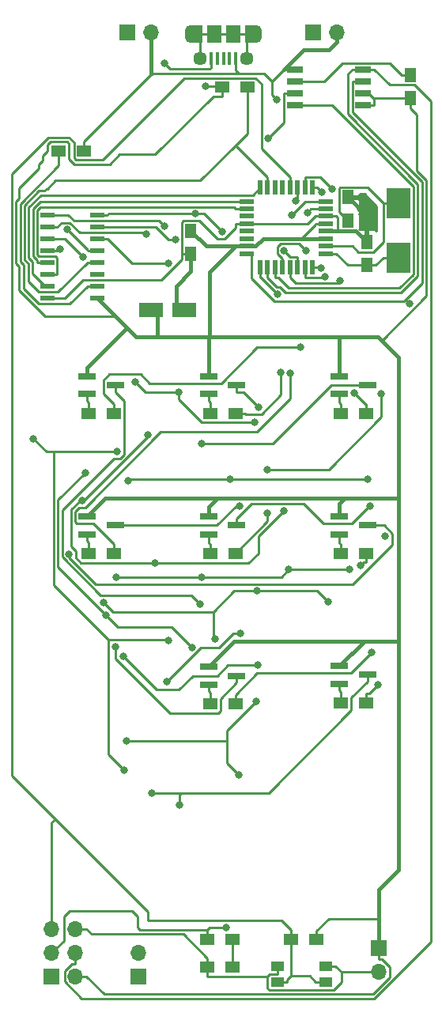
<source format=gbr>
%TF.GenerationSoftware,KiCad,Pcbnew,5.1.9*%
%TF.CreationDate,2021-02-07T10:12:46+01:00*%
%TF.ProjectId,afterglow_replay,61667465-7267-46c6-9f77-5f7265706c61,rev?*%
%TF.SameCoordinates,Original*%
%TF.FileFunction,Copper,L2,Bot*%
%TF.FilePolarity,Positive*%
%FSLAX46Y46*%
G04 Gerber Fmt 4.6, Leading zero omitted, Abs format (unit mm)*
G04 Created by KiCad (PCBNEW 5.1.9) date 2021-02-07 10:12:46*
%MOMM*%
%LPD*%
G01*
G04 APERTURE LIST*
%TA.AperFunction,ComponentPad*%
%ADD10O,1.700000X1.700000*%
%TD*%
%TA.AperFunction,ComponentPad*%
%ADD11R,1.700000X1.700000*%
%TD*%
%TA.AperFunction,SMDPad,CuDef*%
%ADD12R,2.600000X1.600000*%
%TD*%
%TA.AperFunction,SMDPad,CuDef*%
%ADD13R,1.200000X1.900000*%
%TD*%
%TA.AperFunction,ComponentPad*%
%ADD14O,1.200000X1.900000*%
%TD*%
%TA.AperFunction,SMDPad,CuDef*%
%ADD15R,1.500000X1.900000*%
%TD*%
%TA.AperFunction,ComponentPad*%
%ADD16C,1.450000*%
%TD*%
%TA.AperFunction,SMDPad,CuDef*%
%ADD17R,0.400000X1.350000*%
%TD*%
%TA.AperFunction,SMDPad,CuDef*%
%ADD18R,1.250000X1.500000*%
%TD*%
%TA.AperFunction,SMDPad,CuDef*%
%ADD19R,1.450000X1.000000*%
%TD*%
%TA.AperFunction,SMDPad,CuDef*%
%ADD20R,1.500000X1.300000*%
%TD*%
%TA.AperFunction,SMDPad,CuDef*%
%ADD21R,1.900000X0.800000*%
%TD*%
%TA.AperFunction,SMDPad,CuDef*%
%ADD22R,1.500000X0.600000*%
%TD*%
%TA.AperFunction,SMDPad,CuDef*%
%ADD23R,2.500000X3.325000*%
%TD*%
%TA.AperFunction,SMDPad,CuDef*%
%ADD24R,1.700000X0.650000*%
%TD*%
%TA.AperFunction,SMDPad,CuDef*%
%ADD25R,0.550000X1.600000*%
%TD*%
%TA.AperFunction,SMDPad,CuDef*%
%ADD26R,1.600000X0.550000*%
%TD*%
%TA.AperFunction,ViaPad*%
%ADD27C,0.800000*%
%TD*%
%TA.AperFunction,Conductor*%
%ADD28C,0.250000*%
%TD*%
%TA.AperFunction,Conductor*%
%ADD29C,0.400000*%
%TD*%
%TA.AperFunction,Conductor*%
%ADD30C,0.254000*%
%TD*%
%TA.AperFunction,Conductor*%
%ADD31C,0.100000*%
%TD*%
G04 APERTURE END LIST*
D10*
%TO.P,J6,2*%
%TO.N,GND*%
X145540000Y-45900000D03*
D11*
%TO.P,J6,1*%
%TO.N,+3V3*%
X143000000Y-45900000D03*
%TD*%
D10*
%TO.P,J5,2*%
%TO.N,GND*%
X125600000Y-45900000D03*
D11*
%TO.P,J5,1*%
%TO.N,+3V3*%
X123060000Y-45900000D03*
%TD*%
D12*
%TO.P,C2,2*%
%TO.N,+3V3*%
X125600000Y-75600000D03*
%TO.P,C2,1*%
%TO.N,GND*%
X129200000Y-75600000D03*
%TD*%
D13*
%TO.P,J4,6*%
%TO.N,Net-(J4-Pad6)*%
X130500000Y-46050000D03*
X136300000Y-46050000D03*
D14*
X136900000Y-46050000D03*
X129900000Y-46050000D03*
D15*
X132400000Y-46050000D03*
D16*
X135900000Y-48750000D03*
D17*
%TO.P,J4,3*%
%TO.N,Net-(J4-Pad3)*%
X133400000Y-48750000D03*
%TO.P,J4,4*%
%TO.N,Net-(J4-Pad4)*%
X134050000Y-48750000D03*
%TO.P,J4,5*%
%TO.N,GND*%
X134700000Y-48750000D03*
%TO.P,J4,1*%
%TO.N,+3V3*%
X132100000Y-48750000D03*
%TO.P,J4,2*%
%TO.N,Net-(J4-Pad2)*%
X132750000Y-48750000D03*
D16*
%TO.P,J4,6*%
%TO.N,Net-(J4-Pad6)*%
X130900000Y-48750000D03*
D15*
X134400000Y-46050000D03*
%TD*%
D18*
%TO.P,C3,2*%
%TO.N,Net-(C3-Pad2)*%
X146700000Y-66050000D03*
%TO.P,C3,1*%
%TO.N,GND*%
X146700000Y-63550000D03*
%TD*%
%TO.P,C4,2*%
%TO.N,Net-(C4-Pad2)*%
X148700000Y-70850000D03*
%TO.P,C4,1*%
%TO.N,GND*%
X148700000Y-68350000D03*
%TD*%
D19*
%TO.P,SW1,1*%
%TO.N,/RESET*%
X144325000Y-147600000D03*
X139175000Y-147600000D03*
%TO.P,SW1,2*%
%TO.N,GND*%
X139175000Y-145900000D03*
X144325000Y-145900000D03*
%TD*%
D10*
%TO.P,J1,2*%
%TO.N,GND*%
X150000000Y-146540000D03*
D11*
%TO.P,J1,1*%
%TO.N,+3V3*%
X150000000Y-144000000D03*
%TD*%
D10*
%TO.P,J3,6*%
%TO.N,GND*%
X117540000Y-141920000D03*
%TO.P,J3,5*%
%TO.N,/RESET*%
X115000000Y-141920000D03*
%TO.P,J3,4*%
%TO.N,/MOSI*%
X117540000Y-144460000D03*
%TO.P,J3,3*%
%TO.N,/SCK*%
X115000000Y-144460000D03*
%TO.P,J3,2*%
%TO.N,+3V3*%
X117540000Y-147000000D03*
D11*
%TO.P,J3,1*%
%TO.N,/MISO*%
X115000000Y-147000000D03*
%TD*%
D10*
%TO.P,J2,2*%
%TO.N,Net-(J2-Pad2)*%
X124250000Y-144460000D03*
D11*
%TO.P,J2,1*%
%TO.N,Net-(J2-Pad1)*%
X124250000Y-147000000D03*
%TD*%
D20*
%TO.P,R12,2*%
%TO.N,Net-(Q8-Pad1)*%
X131950000Y-101700000D03*
%TO.P,R12,1*%
%TO.N,Net-(R12-Pad1)*%
X134650000Y-101700000D03*
%TD*%
%TO.P,R11,2*%
%TO.N,Net-(Q7-Pad1)*%
X145950000Y-101700000D03*
%TO.P,R11,1*%
%TO.N,Net-(R11-Pad1)*%
X148650000Y-101700000D03*
%TD*%
%TO.P,R10,2*%
%TO.N,Net-(Q6-Pad1)*%
X131950000Y-86700000D03*
%TO.P,R10,1*%
%TO.N,Net-(R10-Pad1)*%
X134650000Y-86700000D03*
%TD*%
%TO.P,R9,2*%
%TO.N,Net-(Q5-Pad1)*%
X145950000Y-86700000D03*
%TO.P,R9,1*%
%TO.N,Net-(R9-Pad1)*%
X148650000Y-86700000D03*
%TD*%
%TO.P,R8,2*%
%TO.N,Net-(Q4-Pad1)*%
X118950000Y-86700000D03*
%TO.P,R8,1*%
%TO.N,Net-(R8-Pad1)*%
X121650000Y-86700000D03*
%TD*%
%TO.P,R7,2*%
%TO.N,Net-(Q3-Pad1)*%
X131950000Y-117800000D03*
%TO.P,R7,1*%
%TO.N,Net-(R7-Pad1)*%
X134650000Y-117800000D03*
%TD*%
%TO.P,R6,2*%
%TO.N,Net-(Q2-Pad1)*%
X118950000Y-101700000D03*
%TO.P,R6,1*%
%TO.N,Net-(R6-Pad1)*%
X121650000Y-101700000D03*
%TD*%
%TO.P,R5,2*%
%TO.N,Net-(Q1-Pad1)*%
X145950000Y-117700000D03*
%TO.P,R5,1*%
%TO.N,Net-(R5-Pad1)*%
X148650000Y-117700000D03*
%TD*%
D21*
%TO.P,Q8,3*%
%TO.N,Net-(D81-Pad2)*%
X134800000Y-98700000D03*
%TO.P,Q8,2*%
%TO.N,+3V3*%
X131800000Y-97750000D03*
%TO.P,Q8,1*%
%TO.N,Net-(Q8-Pad1)*%
X131800000Y-99650000D03*
%TD*%
%TO.P,Q7,3*%
%TO.N,Net-(D71-Pad2)*%
X148800000Y-98700000D03*
%TO.P,Q7,2*%
%TO.N,+3V3*%
X145800000Y-97750000D03*
%TO.P,Q7,1*%
%TO.N,Net-(Q7-Pad1)*%
X145800000Y-99650000D03*
%TD*%
%TO.P,Q6,3*%
%TO.N,Net-(D61-Pad2)*%
X134800000Y-83700000D03*
%TO.P,Q6,2*%
%TO.N,+3V3*%
X131800000Y-82750000D03*
%TO.P,Q6,1*%
%TO.N,Net-(Q6-Pad1)*%
X131800000Y-84650000D03*
%TD*%
%TO.P,Q5,3*%
%TO.N,Net-(D51-Pad2)*%
X148800000Y-83700000D03*
%TO.P,Q5,2*%
%TO.N,+3V3*%
X145800000Y-82750000D03*
%TO.P,Q5,1*%
%TO.N,Net-(Q5-Pad1)*%
X145800000Y-84650000D03*
%TD*%
%TO.P,Q4,3*%
%TO.N,Net-(D41-Pad2)*%
X121800000Y-83700000D03*
%TO.P,Q4,2*%
%TO.N,+3V3*%
X118800000Y-82750000D03*
%TO.P,Q4,1*%
%TO.N,Net-(Q4-Pad1)*%
X118800000Y-84650000D03*
%TD*%
%TO.P,Q3,3*%
%TO.N,Net-(D31-Pad2)*%
X134800000Y-114800000D03*
%TO.P,Q3,2*%
%TO.N,+3V3*%
X131800000Y-113850000D03*
%TO.P,Q3,1*%
%TO.N,Net-(Q3-Pad1)*%
X131800000Y-115750000D03*
%TD*%
%TO.P,Q2,3*%
%TO.N,Net-(D21-Pad2)*%
X121800000Y-98700000D03*
%TO.P,Q2,2*%
%TO.N,+3V3*%
X118800000Y-97750000D03*
%TO.P,Q2,1*%
%TO.N,Net-(Q2-Pad1)*%
X118800000Y-99650000D03*
%TD*%
%TO.P,Q1,3*%
%TO.N,Net-(D11-Pad2)*%
X148800000Y-114700000D03*
%TO.P,Q1,2*%
%TO.N,+3V3*%
X145800000Y-113750000D03*
%TO.P,Q1,1*%
%TO.N,Net-(Q1-Pad1)*%
X145800000Y-115650000D03*
%TD*%
D22*
%TO.P,U2,16*%
%TO.N,+3V3*%
X119900000Y-74345000D03*
%TO.P,U2,15*%
%TO.N,Net-(R3-Pad2)*%
X119900000Y-73075000D03*
%TO.P,U2,14*%
%TO.N,Net-(U2-Pad14)*%
X119900000Y-71805000D03*
%TO.P,U2,13*%
%TO.N,Net-(R2-Pad2)*%
X119900000Y-70535000D03*
%TO.P,U2,12*%
%TO.N,Net-(D18-Pad1)*%
X119900000Y-69265000D03*
%TO.P,U2,11*%
%TO.N,Net-(D17-Pad1)*%
X119900000Y-67995000D03*
%TO.P,U2,10*%
%TO.N,Net-(D16-Pad1)*%
X119900000Y-66725000D03*
%TO.P,U2,9*%
%TO.N,Net-(D15-Pad1)*%
X119900000Y-65455000D03*
%TO.P,U2,8*%
%TO.N,Net-(D14-Pad1)*%
X114500000Y-65455000D03*
%TO.P,U2,7*%
%TO.N,Net-(D13-Pad1)*%
X114500000Y-66725000D03*
%TO.P,U2,6*%
%TO.N,Net-(D12-Pad1)*%
X114500000Y-67995000D03*
%TO.P,U2,5*%
%TO.N,Net-(D11-Pad1)*%
X114500000Y-69265000D03*
%TO.P,U2,4*%
%TO.N,Net-(U1-Pad24)*%
X114500000Y-70535000D03*
%TO.P,U2,3*%
%TO.N,Net-(U1-Pad23)*%
X114500000Y-71805000D03*
%TO.P,U2,2*%
%TO.N,Net-(U1-Pad25)*%
X114500000Y-73075000D03*
%TO.P,U2,1*%
%TO.N,GND*%
X114500000Y-74345000D03*
%TD*%
D20*
%TO.P,R4,2*%
%TO.N,/SCK*%
X131650000Y-143000000D03*
%TO.P,R4,1*%
%TO.N,Net-(D1-Pad2)*%
X134350000Y-143000000D03*
%TD*%
%TO.P,R3,2*%
%TO.N,Net-(R3-Pad2)*%
X115750000Y-58600000D03*
%TO.P,R3,1*%
%TO.N,GND*%
X118450000Y-58600000D03*
%TD*%
%TO.P,R2,2*%
%TO.N,Net-(R2-Pad2)*%
X135950000Y-51800000D03*
%TO.P,R2,1*%
%TO.N,+3V3*%
X133250000Y-51800000D03*
%TD*%
%TO.P,D1,2*%
%TO.N,Net-(D1-Pad2)*%
X134350000Y-146000000D03*
%TO.P,D1,1*%
%TO.N,GND*%
X131650000Y-146000000D03*
%TD*%
D23*
%TO.P,Y1,2*%
%TO.N,Net-(C4-Pad2)*%
X152100000Y-70012500D03*
%TO.P,Y1,1*%
%TO.N,Net-(C3-Pad2)*%
X152100000Y-64187500D03*
%TD*%
D24*
%TO.P,U4,8*%
%TO.N,+3V3*%
X148350000Y-53705000D03*
%TO.P,U4,7*%
X148350000Y-52435000D03*
%TO.P,U4,6*%
%TO.N,/SCK*%
X148350000Y-51165000D03*
%TO.P,U4,5*%
%TO.N,/MOSI*%
X148350000Y-49895000D03*
%TO.P,U4,4*%
%TO.N,GND*%
X141050000Y-49895000D03*
%TO.P,U4,3*%
%TO.N,Net-(C5-Pad2)*%
X141050000Y-51165000D03*
%TO.P,U4,2*%
%TO.N,/MISO*%
X141050000Y-52435000D03*
%TO.P,U4,1*%
%TO.N,/SS*%
X141050000Y-53705000D03*
%TD*%
D25*
%TO.P,U1,32*%
%TO.N,Net-(R5-Pad1)*%
X142900000Y-62550000D03*
%TO.P,U1,31*%
%TO.N,Net-(J2-Pad1)*%
X142100000Y-62550000D03*
%TO.P,U1,30*%
%TO.N,Net-(J2-Pad2)*%
X141300000Y-62550000D03*
%TO.P,U1,29*%
%TO.N,/RESET*%
X140500000Y-62550000D03*
%TO.P,U1,28*%
%TO.N,Net-(U1-Pad28)*%
X139700000Y-62550000D03*
%TO.P,U1,27*%
%TO.N,Net-(U1-Pad27)*%
X138900000Y-62550000D03*
%TO.P,U1,26*%
%TO.N,Net-(R2-Pad2)*%
X138100000Y-62550000D03*
%TO.P,U1,25*%
%TO.N,Net-(U1-Pad25)*%
X137300000Y-62550000D03*
D26*
%TO.P,U1,24*%
%TO.N,Net-(U1-Pad24)*%
X135850000Y-64000000D03*
%TO.P,U1,23*%
%TO.N,Net-(U1-Pad23)*%
X135850000Y-64800000D03*
%TO.P,U1,22*%
%TO.N,Net-(U1-Pad22)*%
X135850000Y-65600000D03*
%TO.P,U1,21*%
%TO.N,GND*%
X135850000Y-66400000D03*
%TO.P,U1,20*%
%TO.N,Net-(U1-Pad20)*%
X135850000Y-67200000D03*
%TO.P,U1,19*%
%TO.N,Net-(U1-Pad19)*%
X135850000Y-68000000D03*
%TO.P,U1,18*%
%TO.N,+3V3*%
X135850000Y-68800000D03*
%TO.P,U1,17*%
%TO.N,/SCK*%
X135850000Y-69600000D03*
D25*
%TO.P,U1,16*%
%TO.N,/MISO*%
X137300000Y-71050000D03*
%TO.P,U1,15*%
%TO.N,/MOSI*%
X138100000Y-71050000D03*
%TO.P,U1,14*%
%TO.N,/SS*%
X138900000Y-71050000D03*
%TO.P,U1,13*%
%TO.N,Net-(R12-Pad1)*%
X139700000Y-71050000D03*
%TO.P,U1,12*%
%TO.N,Net-(R11-Pad1)*%
X140500000Y-71050000D03*
%TO.P,U1,11*%
%TO.N,Net-(R10-Pad1)*%
X141300000Y-71050000D03*
%TO.P,U1,10*%
%TO.N,Net-(R9-Pad1)*%
X142100000Y-71050000D03*
%TO.P,U1,9*%
%TO.N,Net-(R8-Pad1)*%
X142900000Y-71050000D03*
D26*
%TO.P,U1,8*%
%TO.N,Net-(C4-Pad2)*%
X144350000Y-69600000D03*
%TO.P,U1,7*%
%TO.N,Net-(C3-Pad2)*%
X144350000Y-68800000D03*
%TO.P,U1,6*%
%TO.N,+3V3*%
X144350000Y-68000000D03*
%TO.P,U1,5*%
%TO.N,GND*%
X144350000Y-67200000D03*
%TO.P,U1,4*%
%TO.N,+3V3*%
X144350000Y-66400000D03*
%TO.P,U1,3*%
%TO.N,GND*%
X144350000Y-65600000D03*
%TO.P,U1,2*%
%TO.N,Net-(R7-Pad1)*%
X144350000Y-64800000D03*
%TO.P,U1,1*%
%TO.N,Net-(R6-Pad1)*%
X144350000Y-64000000D03*
%TD*%
D20*
%TO.P,R1,2*%
%TO.N,/RESET*%
X140650000Y-143000000D03*
%TO.P,R1,1*%
%TO.N,+3V3*%
X143350000Y-143000000D03*
%TD*%
D18*
%TO.P,C5,2*%
%TO.N,Net-(C5-Pad2)*%
X153400000Y-50450000D03*
%TO.P,C5,1*%
%TO.N,+3V3*%
X153400000Y-52950000D03*
%TD*%
%TO.P,C1,2*%
%TO.N,+3V3*%
X129900000Y-67150000D03*
%TO.P,C1,1*%
%TO.N,GND*%
X129900000Y-69650000D03*
%TD*%
D27*
%TO.N,+3V3*%
X127100000Y-49200000D03*
X131500000Y-51700000D03*
%TO.N,GND*%
X139117600Y-53150100D03*
X148194500Y-65376500D03*
%TO.N,Net-(D11-Pad1)*%
X122003100Y-90830000D03*
X115883500Y-69100200D03*
X122780500Y-124906800D03*
X127456600Y-111033200D03*
X113050000Y-89451500D03*
%TO.N,/SCK*%
X133647600Y-141748400D03*
X153278000Y-74953400D03*
X150714000Y-99874800D03*
%TO.N,/MISO*%
X139139200Y-73910800D03*
X138191500Y-57246500D03*
%TO.N,Net-(J2-Pad2)*%
X141112300Y-63981200D03*
%TO.N,Net-(J2-Pad1)*%
X144980300Y-62692800D03*
%TO.N,Net-(D11-Pad2)*%
X125675300Y-127350000D03*
X128700000Y-128600000D03*
%TO.N,Net-(D12-Pad1)*%
X126014100Y-102719500D03*
X118377800Y-69952100D03*
X125286400Y-89043100D03*
X118251400Y-96026500D03*
X139881600Y-97122600D03*
%TO.N,Net-(D13-Pad1)*%
X121905900Y-104243200D03*
X131027200Y-104243200D03*
X125105900Y-67466400D03*
X146902700Y-103410000D03*
X140387000Y-103430500D03*
%TO.N,Net-(D14-Pad1)*%
X136676900Y-87688200D03*
X123911800Y-83325800D03*
X127053700Y-66636600D03*
X128600000Y-84425200D03*
%TO.N,Net-(D15-Pad1)*%
X120554600Y-106949600D03*
X132490600Y-110868600D03*
X133219700Y-67292400D03*
X136981000Y-105701800D03*
X144603700Y-106867700D03*
X130367200Y-65341700D03*
%TO.N,Net-(D16-Pad1)*%
X122993900Y-121795500D03*
X135064900Y-125447100D03*
X136890400Y-117571700D03*
X128209800Y-68090700D03*
%TO.N,Net-(D17-Pad1)*%
X127324000Y-115467900D03*
X135223800Y-110291400D03*
X127488700Y-70636600D03*
%TO.N,Net-(D18-Pad1)*%
X116645500Y-67005400D03*
%TO.N,Net-(D21-Pad2)*%
X135116100Y-96631900D03*
%TO.N,Net-(D31-Pad2)*%
X121820000Y-111694900D03*
X129988500Y-111763400D03*
X118571400Y-93048800D03*
X120807100Y-108292900D03*
%TO.N,Net-(D41-Pad2)*%
X130867200Y-107143800D03*
%TO.N,Net-(D51-Pad2)*%
X131012700Y-89962500D03*
X137068600Y-113671000D03*
X122637800Y-112699100D03*
%TO.N,Net-(D61-Pad2)*%
X137131500Y-86031500D03*
%TO.N,Net-(D71-Pad2)*%
X116833400Y-101759100D03*
%TO.N,Net-(D81-Pad2)*%
X149106800Y-96606200D03*
X134096800Y-93762000D03*
X123203900Y-93939400D03*
X148839800Y-93761900D03*
%TO.N,Net-(R5-Pad1)*%
X149951700Y-115802200D03*
X143877700Y-63021000D03*
%TO.N,Net-(R6-Pad1)*%
X140541800Y-82435700D03*
X140680300Y-65451400D03*
%TO.N,Net-(R7-Pad1)*%
X149222800Y-112311200D03*
X142349400Y-65196700D03*
%TO.N,Net-(R8-Pad1)*%
X141649800Y-79626000D03*
X143804600Y-71114200D03*
%TO.N,Net-(R9-Pad1)*%
X147357500Y-84520000D03*
X144229065Y-72065200D03*
%TO.N,Net-(R10-Pad1)*%
X139523200Y-82353100D03*
X139864200Y-69250003D03*
%TO.N,Net-(R11-Pad1)*%
X148095700Y-102993300D03*
X145858900Y-72533900D03*
%TO.N,Net-(R12-Pad1)*%
X142200000Y-69300000D03*
X150248639Y-84608162D03*
X138100000Y-92700000D03*
X138100000Y-97400000D03*
%TD*%
D28*
%TO.N,+3V3*%
X121846900Y-76291600D02*
X114271700Y-76291600D01*
X114271700Y-76291600D02*
X111500200Y-73520100D01*
X111500200Y-73520100D02*
X111500200Y-70959800D01*
X111500200Y-70959800D02*
X111173200Y-70632800D01*
X111173200Y-70632800D02*
X111173200Y-64060200D01*
X111173200Y-64060200D02*
X111500200Y-63733200D01*
X111500200Y-63733200D02*
X111500200Y-62590900D01*
X111500200Y-62590900D02*
X113609900Y-60481200D01*
X113609900Y-60481200D02*
X113609900Y-60070900D01*
X113609900Y-60070900D02*
X114034900Y-59645900D01*
X114034900Y-59645900D02*
X114034900Y-59088600D01*
X114034900Y-59088600D02*
X114510300Y-58613200D01*
X114510300Y-58613200D02*
X114510300Y-57976300D01*
X114510300Y-57976300D02*
X114862000Y-57624600D01*
X114862000Y-57624600D02*
X116635000Y-57624600D01*
X116635000Y-57624600D02*
X116825400Y-57815000D01*
X116825400Y-57815000D02*
X116825400Y-59473100D01*
X116825400Y-59473100D02*
X117378100Y-60025800D01*
X117378100Y-60025800D02*
X121210600Y-60025800D01*
X121210600Y-60025800D02*
X122258700Y-58977700D01*
X122258700Y-58977700D02*
X126072300Y-58977700D01*
X126072300Y-58977700D02*
X132274700Y-52775300D01*
X132274700Y-52775300D02*
X133250000Y-52775300D01*
X118715300Y-147000000D02*
X120591100Y-148875800D01*
X120591100Y-148875800D02*
X149381100Y-148875800D01*
X149381100Y-148875800D02*
X151194800Y-147062100D01*
X151194800Y-147062100D02*
X151194800Y-146002800D01*
X151194800Y-146002800D02*
X150367300Y-145175300D01*
X150367300Y-145175300D02*
X150000000Y-145175300D01*
X150328700Y-78928600D02*
X155110500Y-74146800D01*
X155110500Y-74146800D02*
X155110500Y-61762100D01*
X155110500Y-61762100D02*
X154069600Y-60721200D01*
X154069600Y-60721200D02*
X154069600Y-54694900D01*
X154069600Y-54694900D02*
X153400000Y-54025300D01*
X153400000Y-52950000D02*
X153400000Y-54025300D01*
D29*
X150328700Y-78928600D02*
X149900000Y-78500000D01*
X149900000Y-78500000D02*
X145800000Y-78500000D01*
X152100000Y-95800000D02*
X152100000Y-80700000D01*
X152100000Y-80700000D02*
X150328700Y-78928600D01*
D28*
X117540000Y-147000000D02*
X118715300Y-147000000D01*
X150000000Y-144000000D02*
X150000000Y-145175300D01*
D29*
X150000000Y-144000000D02*
X150000000Y-140850000D01*
D28*
X149525300Y-53022600D02*
X149525300Y-53705000D01*
X148937700Y-52435000D02*
X149525300Y-53022600D01*
X153400000Y-52950000D02*
X149597900Y-52950000D01*
X149597900Y-52950000D02*
X149525300Y-53022600D01*
X148350000Y-53705000D02*
X149525300Y-53705000D01*
X148350000Y-52435000D02*
X148937700Y-52435000D01*
X144350000Y-66400000D02*
X143224700Y-66400000D01*
X141726900Y-68000000D02*
X143224700Y-66502200D01*
X143224700Y-66502200D02*
X143224700Y-66400000D01*
D29*
X141726900Y-68000000D02*
X137645000Y-68000000D01*
X137645000Y-68000000D02*
X136845000Y-68800000D01*
X136845000Y-68800000D02*
X135850000Y-68800000D01*
X144350000Y-68000000D02*
X141726900Y-68000000D01*
D28*
X133250000Y-51800000D02*
X133250000Y-52775300D01*
D29*
X122928000Y-77372500D02*
X121846900Y-76291600D01*
X121846900Y-76291600D02*
X119900000Y-74345000D01*
D28*
X143350000Y-143000000D02*
X143350000Y-142137300D01*
X143350000Y-142137300D02*
X144637300Y-140850000D01*
X144637300Y-140850000D02*
X150000000Y-140850000D01*
D29*
X150000000Y-140850000D02*
X150000000Y-137700000D01*
X150000000Y-137700000D02*
X152100000Y-135600000D01*
X152100000Y-135600000D02*
X152100000Y-111100000D01*
X118800000Y-82750000D02*
X118800000Y-81800000D01*
X118800000Y-81800000D02*
X122928000Y-77672500D01*
X122928000Y-77672500D02*
X122928000Y-77372500D01*
X146400000Y-95800000D02*
X132700000Y-95800000D01*
X146800000Y-95800000D02*
X146400000Y-95800000D01*
X146800000Y-95800000D02*
X152100000Y-95800000D01*
X146400000Y-95800000D02*
X146800000Y-95800000D01*
X152100000Y-111100000D02*
X152100000Y-95800000D01*
X134650000Y-68800000D02*
X135850000Y-68800000D01*
X129900000Y-67150000D02*
X131550000Y-68800000D01*
X131550000Y-68800000D02*
X134650000Y-68800000D01*
X135850000Y-68800000D02*
X134650000Y-68800000D01*
X134650000Y-68800000D02*
X131900000Y-71550000D01*
X131900000Y-71550000D02*
X131900000Y-78500000D01*
X148450000Y-111100000D02*
X134550000Y-111100000D01*
X134550000Y-111100000D02*
X131800000Y-113850000D01*
X152100000Y-111100000D02*
X148450000Y-111100000D01*
X148450000Y-111100000D02*
X145800000Y-113750000D01*
X132700000Y-95800000D02*
X120750000Y-95800000D01*
X120750000Y-95800000D02*
X118800000Y-97750000D01*
X132700000Y-95800000D02*
X131800000Y-96700000D01*
X131800000Y-96700000D02*
X131800000Y-97750000D01*
X145800000Y-97750000D02*
X145800000Y-96400000D01*
X145800000Y-96400000D02*
X146400000Y-95800000D01*
X124055000Y-78500000D02*
X122928000Y-77372500D01*
X145800000Y-78500000D02*
X131900000Y-78500000D01*
X131800000Y-82750000D02*
X131800000Y-78600000D01*
X131800000Y-78600000D02*
X131900000Y-78500000D01*
X145800000Y-82750000D02*
X145800000Y-78500000D01*
X131900000Y-78500000D02*
X126800000Y-78500000D01*
X126300000Y-78400000D02*
X126400000Y-78500000D01*
X126300000Y-76100000D02*
X126300000Y-78400000D01*
X126400000Y-78500000D02*
X124055000Y-78500000D01*
X126800000Y-78500000D02*
X126400000Y-78500000D01*
D28*
X133150000Y-51700000D02*
X133250000Y-51800000D01*
X131500000Y-51700000D02*
X133150000Y-51700000D01*
X132100000Y-49675000D02*
X132100000Y-48750000D01*
X131974999Y-49800001D02*
X132100000Y-49675000D01*
X127700001Y-49800001D02*
X131974999Y-49800001D01*
X127100000Y-49200000D02*
X127700001Y-49800001D01*
%TO.N,GND*%
X146015300Y-146540000D02*
X145375300Y-145900000D01*
X150000000Y-146540000D02*
X146015300Y-146540000D01*
X138107100Y-146975300D02*
X138107100Y-148244200D01*
X138107100Y-148244200D02*
X138288300Y-148425400D01*
X138288300Y-148425400D02*
X145208900Y-148425400D01*
X145208900Y-148425400D02*
X146015300Y-147619000D01*
X146015300Y-147619000D02*
X146015300Y-146540000D01*
X138107100Y-146975300D02*
X138357100Y-146725300D01*
X138357100Y-146725300D02*
X139175000Y-146725300D01*
X131650000Y-146975300D02*
X138107100Y-146975300D01*
X144325000Y-145900000D02*
X145375300Y-145900000D01*
X144350000Y-65600000D02*
X145475300Y-65600000D01*
X145612500Y-67200000D02*
X145612500Y-65737200D01*
X145612500Y-65737200D02*
X145475300Y-65600000D01*
D29*
X145612500Y-67200000D02*
X144350000Y-67200000D01*
X148700000Y-68350000D02*
X147550000Y-67200000D01*
X147550000Y-67200000D02*
X145612500Y-67200000D01*
D28*
X128949700Y-69650000D02*
X128949700Y-66257100D01*
X128949700Y-66257100D02*
X129132100Y-66074700D01*
X129132100Y-66074700D02*
X130774800Y-66074700D01*
X130774800Y-66074700D02*
X132717800Y-68017700D01*
X132717800Y-68017700D02*
X133520200Y-68017700D01*
X133520200Y-68017700D02*
X134724700Y-66813200D01*
X134724700Y-66813200D02*
X134724700Y-66400000D01*
X136975300Y-66400000D02*
X142424700Y-66400000D01*
X142424700Y-66400000D02*
X143224700Y-65600000D01*
X114500000Y-74345000D02*
X116412200Y-74345000D01*
X116412200Y-74345000D02*
X118307600Y-72449600D01*
X118307600Y-72449600D02*
X126701500Y-72449600D01*
X126701500Y-72449600D02*
X128949700Y-70201400D01*
X128949700Y-70201400D02*
X128949700Y-69650000D01*
X128998800Y-69650000D02*
X128949700Y-69650000D01*
X129900000Y-69650000D02*
X128998800Y-69650000D01*
X138570100Y-51199600D02*
X137718000Y-50347500D01*
X125727200Y-50347500D02*
X118450000Y-57624700D01*
X138570100Y-51199600D02*
X138570100Y-52602600D01*
X138570100Y-52602600D02*
X139117600Y-53150100D01*
X148194500Y-65376500D02*
X148360500Y-65210500D01*
X139874700Y-49895000D02*
X138570100Y-51199600D01*
X135850000Y-66400000D02*
X134724700Y-66400000D01*
X135850000Y-66400000D02*
X136975300Y-66400000D01*
X144350000Y-65600000D02*
X143224700Y-65600000D01*
D29*
X148360500Y-65210500D02*
X146700000Y-63550000D01*
X148700000Y-68350000D02*
X148700000Y-65550000D01*
X148700000Y-65550000D02*
X148360500Y-65210500D01*
D28*
X118450000Y-58600000D02*
X118450000Y-57624700D01*
X141050000Y-49895000D02*
X139874700Y-49895000D01*
X131650000Y-146000000D02*
X131650000Y-145024700D01*
X117540000Y-141920000D02*
X118715300Y-141920000D01*
X118715300Y-141920000D02*
X119270400Y-142475100D01*
X119270400Y-142475100D02*
X129100400Y-142475100D01*
X129100400Y-142475100D02*
X131650000Y-145024700D01*
X131650000Y-146000000D02*
X131650000Y-146975300D01*
X139175000Y-145900000D02*
X139175000Y-146725300D01*
D29*
X128300000Y-76100000D02*
X128300000Y-73100000D01*
X129900000Y-71500000D02*
X129900000Y-69650000D01*
X128300000Y-73100000D02*
X129900000Y-71500000D01*
D28*
X134700000Y-49995000D02*
X135052500Y-50347500D01*
X135052500Y-50347500D02*
X125727200Y-50347500D01*
X134700000Y-48750000D02*
X134700000Y-49995000D01*
X137718000Y-50347500D02*
X135052500Y-50347500D01*
D29*
X125600000Y-50220300D02*
X125727200Y-50347500D01*
X125600000Y-45900000D02*
X125600000Y-50220300D01*
X141969700Y-47800000D02*
X139874700Y-49895000D01*
X144700000Y-47800000D02*
X141969700Y-47800000D01*
X145540000Y-46960000D02*
X144700000Y-47800000D01*
X145540000Y-45900000D02*
X145540000Y-46960000D01*
D28*
%TO.N,/RESET*%
X125250000Y-141000000D02*
X125250000Y-140049700D01*
X140500000Y-62550000D02*
X140500000Y-61424700D01*
X140500000Y-61424700D02*
X137466200Y-58390900D01*
X137466200Y-58390900D02*
X137466200Y-51452700D01*
X137466200Y-51452700D02*
X136838100Y-50824600D01*
X136838100Y-50824600D02*
X129184900Y-50824600D01*
X129184900Y-50824600D02*
X120434100Y-59575400D01*
X120434100Y-59575400D02*
X117564600Y-59575400D01*
X117564600Y-59575400D02*
X117374600Y-59385400D01*
X117374600Y-59385400D02*
X117374600Y-57677000D01*
X117374600Y-57677000D02*
X116853100Y-57155500D01*
X116853100Y-57155500D02*
X114621600Y-57155500D01*
X114621600Y-57155500D02*
X110708900Y-61068200D01*
X110708900Y-61068200D02*
X110708900Y-125508600D01*
X140650000Y-142024700D02*
X139625300Y-141000000D01*
X139625300Y-141000000D02*
X126325300Y-141000000D01*
X125250000Y-141000000D02*
X126325300Y-141000000D01*
X140650000Y-143000000D02*
X140650000Y-142024700D01*
X139175000Y-147600000D02*
X140225300Y-147600000D01*
X140650000Y-146937500D02*
X142612200Y-146937500D01*
X142612200Y-146937500D02*
X143274700Y-147600000D01*
X140225300Y-147600000D02*
X140225300Y-147362200D01*
X140225300Y-147362200D02*
X140650000Y-146937500D01*
X140650000Y-143000000D02*
X140650000Y-146937500D01*
X144325000Y-147600000D02*
X143274700Y-147600000D01*
X115000000Y-130500000D02*
X115350150Y-130149850D01*
X115000000Y-141920000D02*
X115000000Y-130500000D01*
X115350150Y-130149850D02*
X125250000Y-140049700D01*
X110708900Y-125508600D02*
X115350150Y-130149850D01*
%TO.N,Net-(C3-Pad2)*%
X146700000Y-66050000D02*
X145749600Y-65099600D01*
X145749600Y-65099600D02*
X145749600Y-62599800D01*
X145749600Y-62599800D02*
X145879200Y-62470200D01*
X145879200Y-62470200D02*
X148807400Y-62470200D01*
X148807400Y-62470200D02*
X150524700Y-64187500D01*
X152100000Y-64187500D02*
X150524700Y-64187500D01*
X144350000Y-68800000D02*
X147174700Y-68800000D01*
X147174700Y-68800000D02*
X147841500Y-69466800D01*
X147841500Y-69466800D02*
X149443800Y-69466800D01*
X149443800Y-69466800D02*
X150524700Y-68385900D01*
X150524700Y-68385900D02*
X150524700Y-64187500D01*
%TO.N,Net-(C4-Pad2)*%
X144350000Y-69600000D02*
X145475300Y-69600000D01*
X145475300Y-69600000D02*
X146725300Y-70850000D01*
X146725300Y-70850000D02*
X148700000Y-70850000D01*
X152100000Y-70012500D02*
X150524700Y-70012500D01*
X148700000Y-70850000D02*
X149687200Y-70850000D01*
X149687200Y-70850000D02*
X150524700Y-70012500D01*
%TO.N,Net-(C5-Pad2)*%
X153400000Y-50450000D02*
X152449700Y-50450000D01*
X141050000Y-51165000D02*
X144164000Y-51165000D01*
X144164000Y-51165000D02*
X146104700Y-49224300D01*
X146104700Y-49224300D02*
X151224000Y-49224300D01*
X151224000Y-49224300D02*
X152449700Y-50450000D01*
%TO.N,Net-(D1-Pad2)*%
X134350000Y-146000000D02*
X134350000Y-143000000D01*
%TO.N,Net-(D11-Pad1)*%
X121078300Y-110969600D02*
X115207500Y-105098800D01*
X115207500Y-105098800D02*
X115207500Y-90830000D01*
X127456600Y-111033200D02*
X127393000Y-110969600D01*
X127393000Y-110969600D02*
X121078300Y-110969600D01*
X121078300Y-110969600D02*
X121078300Y-123204600D01*
X121078300Y-123204600D02*
X122780500Y-124906800D01*
X115207500Y-90830000D02*
X122003100Y-90830000D01*
X113050000Y-89451500D02*
X114428500Y-90830000D01*
X114428500Y-90830000D02*
X115207500Y-90830000D01*
X114500000Y-69265000D02*
X115575300Y-69265000D01*
X115883500Y-69100200D02*
X115740100Y-69100200D01*
X115740100Y-69100200D02*
X115575300Y-69265000D01*
%TO.N,/MOSI*%
X117540000Y-145635300D02*
X117172600Y-145635300D01*
X117172600Y-145635300D02*
X116364700Y-146443200D01*
X116364700Y-146443200D02*
X116364700Y-147511100D01*
X116364700Y-147511100D02*
X118205300Y-149351700D01*
X118205300Y-149351700D02*
X149542100Y-149351700D01*
X149542100Y-149351700D02*
X155572700Y-143321100D01*
X155572700Y-143321100D02*
X155572700Y-53249000D01*
X155572700Y-53249000D02*
X153849100Y-51525400D01*
X153849100Y-51525400D02*
X151155700Y-51525400D01*
X151155700Y-51525400D02*
X149525300Y-49895000D01*
X138100000Y-72175300D02*
X139110200Y-73185500D01*
X139110200Y-73185500D02*
X139439700Y-73185500D01*
X139439700Y-73185500D02*
X139991300Y-73737100D01*
X139991300Y-73737100D02*
X152390900Y-73737100D01*
X152390900Y-73737100D02*
X154169400Y-71958600D01*
X154169400Y-71958600D02*
X154169400Y-62133200D01*
X154169400Y-62133200D02*
X146713200Y-54677000D01*
X146713200Y-54677000D02*
X146713200Y-50356500D01*
X146713200Y-50356500D02*
X147174700Y-49895000D01*
X117540000Y-144460000D02*
X117540000Y-145635300D01*
X148350000Y-49895000D02*
X149525300Y-49895000D01*
X148161100Y-49895000D02*
X148350000Y-49895000D01*
X148161100Y-49895000D02*
X147174700Y-49895000D01*
X138100000Y-71050000D02*
X138100000Y-72175300D01*
%TO.N,/SCK*%
X152881900Y-74557300D02*
X154660100Y-72779100D01*
X154660100Y-72779100D02*
X154660100Y-61948600D01*
X154660100Y-61948600D02*
X147174700Y-54463200D01*
X147174700Y-54463200D02*
X147174700Y-51165000D01*
X153278000Y-74953400D02*
X152881900Y-74557300D01*
X136387500Y-69600000D02*
X136387500Y-72218500D01*
X136387500Y-72218500D02*
X138864000Y-74695000D01*
X138864000Y-74695000D02*
X152744200Y-74695000D01*
X152744200Y-74695000D02*
X152881900Y-74557300D01*
X135850000Y-69600000D02*
X136387500Y-69600000D01*
X148350000Y-51165000D02*
X147174700Y-51165000D01*
X133647600Y-141748400D02*
X131926300Y-141748400D01*
X131926300Y-141748400D02*
X131650000Y-142024700D01*
X131650000Y-142137300D02*
X131650000Y-142024700D01*
X131650000Y-143000000D02*
X131650000Y-142137300D01*
X124174600Y-141759700D02*
X124439600Y-142024700D01*
X124174600Y-140588900D02*
X124174600Y-141759700D01*
X123567300Y-139981600D02*
X124174600Y-140588900D01*
X116918400Y-139981600D02*
X123567300Y-139981600D01*
X116300000Y-140600000D02*
X116918400Y-139981600D01*
X124439600Y-142024700D02*
X131650000Y-142024700D01*
X116300000Y-143160000D02*
X116300000Y-140600000D01*
X115000000Y-144460000D02*
X116300000Y-143160000D01*
%TO.N,/MISO*%
X137300000Y-71050000D02*
X137300000Y-72175300D01*
X137300000Y-72175300D02*
X137403700Y-72175300D01*
X137403700Y-72175300D02*
X139139200Y-73910800D01*
X139874700Y-52435000D02*
X139874700Y-55563300D01*
X139874700Y-55563300D02*
X138191500Y-57246500D01*
X141050000Y-52435000D02*
X139874700Y-52435000D01*
%TO.N,Net-(R2-Pad2)*%
X134685300Y-58009900D02*
X130915800Y-61779400D01*
X130915800Y-61779400D02*
X115367600Y-61779400D01*
X115367600Y-61779400D02*
X114506100Y-62640900D01*
X114506100Y-62640900D02*
X114426500Y-62640900D01*
X114426500Y-62640900D02*
X114193100Y-62874300D01*
X114193100Y-62874300D02*
X113632900Y-62874300D01*
X113632900Y-62874300D02*
X112073800Y-64433400D01*
X112073800Y-64433400D02*
X112073800Y-70259600D01*
X112073800Y-70259600D02*
X112477300Y-70663100D01*
X112477300Y-70663100D02*
X112477300Y-72593200D01*
X112477300Y-72593200D02*
X113584500Y-73700400D01*
X113584500Y-73700400D02*
X115659300Y-73700400D01*
X115659300Y-73700400D02*
X118824700Y-70535000D01*
X135950000Y-51800000D02*
X135950000Y-56745200D01*
X135950000Y-56745200D02*
X134685300Y-58009900D01*
X138100000Y-61424700D02*
X134685300Y-58009900D01*
X138100000Y-62550000D02*
X138100000Y-61424700D01*
X119900000Y-70535000D02*
X118824700Y-70535000D01*
%TO.N,Net-(R3-Pad2)*%
X115750000Y-59575300D02*
X115750000Y-60120300D01*
X115750000Y-60120300D02*
X111623500Y-64246800D01*
X111623500Y-64246800D02*
X111623500Y-70446200D01*
X111623500Y-70446200D02*
X111986900Y-70809600D01*
X111986900Y-70809600D02*
X111986900Y-73369900D01*
X111986900Y-73369900D02*
X113602700Y-74985700D01*
X113602700Y-74985700D02*
X116914000Y-74985700D01*
X116914000Y-74985700D02*
X118824700Y-73075000D01*
X115750000Y-58600000D02*
X115750000Y-59575300D01*
X119900000Y-73075000D02*
X118824700Y-73075000D01*
%TO.N,Net-(U1-Pad25)*%
X137300000Y-62550000D02*
X136525400Y-63324600D01*
X136525400Y-63324600D02*
X113819500Y-63324600D01*
X113819500Y-63324600D02*
X112524100Y-64620000D01*
X112524100Y-64620000D02*
X112524100Y-70073000D01*
X112524100Y-70073000D02*
X112951300Y-70500200D01*
X112951300Y-70500200D02*
X112951300Y-71780700D01*
X112951300Y-71780700D02*
X114245600Y-73075000D01*
X114245600Y-73075000D02*
X114500000Y-73075000D01*
%TO.N,Net-(U1-Pad24)*%
X135850000Y-64000000D02*
X113781000Y-64000000D01*
X113781000Y-64000000D02*
X112974400Y-64806600D01*
X112974400Y-64806600D02*
X112974400Y-69886400D01*
X112974400Y-69886400D02*
X113424700Y-70336700D01*
X113424700Y-70336700D02*
X113424700Y-70535000D01*
X114500000Y-70535000D02*
X113424700Y-70535000D01*
%TO.N,Net-(U1-Pad23)*%
X114500000Y-71805000D02*
X115575300Y-71805000D01*
X135850000Y-64800000D02*
X134724700Y-64800000D01*
X134724700Y-64800000D02*
X134541000Y-64616300D01*
X134541000Y-64616300D02*
X113801600Y-64616300D01*
X113801600Y-64616300D02*
X113424700Y-64993200D01*
X113424700Y-64993200D02*
X113424700Y-69699800D01*
X113424700Y-69699800D02*
X113615300Y-69890400D01*
X113615300Y-69890400D02*
X115418100Y-69890400D01*
X115418100Y-69890400D02*
X115575300Y-70047600D01*
X115575300Y-70047600D02*
X115575300Y-71805000D01*
%TO.N,/SS*%
X138900000Y-71050000D02*
X138900000Y-72175300D01*
X138900000Y-72175300D02*
X139239500Y-72175300D01*
X139239500Y-72175300D02*
X140346300Y-73282100D01*
X140346300Y-73282100D02*
X152207800Y-73282100D01*
X152207800Y-73282100D02*
X153697200Y-71792700D01*
X153697200Y-71792700D02*
X153697200Y-62390200D01*
X153697200Y-62390200D02*
X145012000Y-53705000D01*
X145012000Y-53705000D02*
X141050000Y-53705000D01*
%TO.N,Net-(J2-Pad2)*%
X141300000Y-63675300D02*
X141112300Y-63863000D01*
X141112300Y-63863000D02*
X141112300Y-63981200D01*
X141300000Y-62550000D02*
X141300000Y-63675300D01*
%TO.N,Net-(J2-Pad1)*%
X142100000Y-61424700D02*
X143712200Y-61424700D01*
X143712200Y-61424700D02*
X144980300Y-62692800D01*
X142100000Y-62550000D02*
X142100000Y-61424700D01*
%TO.N,Net-(D11-Pad2)*%
X148800000Y-114700000D02*
X148800000Y-115425300D01*
X148800000Y-115425300D02*
X147075400Y-117149900D01*
X147075400Y-117149900D02*
X147075400Y-118506600D01*
X147075400Y-118506600D02*
X138232000Y-127350000D01*
X128700000Y-127500000D02*
X128850000Y-127350000D01*
X128700000Y-128600000D02*
X128700000Y-127500000D01*
X128850000Y-127350000D02*
X125675300Y-127350000D01*
X138232000Y-127350000D02*
X128850000Y-127350000D01*
%TO.N,Net-(D12-Pad1)*%
X118251400Y-96026500D02*
X118469300Y-96026500D01*
X118469300Y-96026500D02*
X125286400Y-89209400D01*
X125286400Y-89209400D02*
X125286400Y-89043100D01*
X126014100Y-102719500D02*
X126014100Y-102719400D01*
X126014100Y-102719400D02*
X118103200Y-102719400D01*
X118103200Y-102719400D02*
X117558700Y-102174900D01*
X117558700Y-102174900D02*
X117558700Y-101458600D01*
X117558700Y-101458600D02*
X117070700Y-100970600D01*
X117070700Y-100970600D02*
X117070700Y-97005300D01*
X117070700Y-97005300D02*
X118049500Y-96026500D01*
X118049500Y-96026500D02*
X118251400Y-96026500D01*
X115575300Y-67995000D02*
X116420700Y-67995000D01*
X116420700Y-67995000D02*
X118377800Y-69952100D01*
X114500000Y-67995000D02*
X115575300Y-67995000D01*
X137124900Y-99879300D02*
X139881600Y-97122600D01*
X137124900Y-101675100D02*
X137124900Y-99879300D01*
X136080500Y-102719500D02*
X137124900Y-101675100D01*
X126014100Y-102719500D02*
X136080500Y-102719500D01*
%TO.N,Net-(D13-Pad1)*%
X131027200Y-104243200D02*
X121905900Y-104243200D01*
X140387000Y-103430500D02*
X139574300Y-104243200D01*
X139574300Y-104243200D02*
X131027200Y-104243200D01*
X140387000Y-103430500D02*
X146882200Y-103430500D01*
X146882200Y-103430500D02*
X146902700Y-103410000D01*
X125105900Y-67466400D02*
X125009000Y-67369500D01*
X125009000Y-67369500D02*
X118035400Y-67369500D01*
X118035400Y-67369500D02*
X116946000Y-66280100D01*
X116946000Y-66280100D02*
X116020200Y-66280100D01*
X116020200Y-66280100D02*
X115575300Y-66725000D01*
X114500000Y-66725000D02*
X115575300Y-66725000D01*
%TO.N,Net-(D14-Pad1)*%
X128600000Y-84425200D02*
X128600000Y-85210300D01*
X128600000Y-85210300D02*
X131077900Y-87688200D01*
X131077900Y-87688200D02*
X136676900Y-87688200D01*
X128600000Y-84425200D02*
X125011200Y-84425200D01*
X125011200Y-84425200D02*
X123911800Y-83325800D01*
X127053700Y-66636600D02*
X126497400Y-66080300D01*
X126497400Y-66080300D02*
X117383100Y-66080300D01*
X117383100Y-66080300D02*
X116757800Y-65455000D01*
X116757800Y-65455000D02*
X115575300Y-65455000D01*
X114500000Y-65455000D02*
X115575300Y-65455000D01*
%TO.N,Net-(D15-Pad1)*%
X132288600Y-107970700D02*
X132288600Y-110666600D01*
X132288600Y-110666600D02*
X132490600Y-110868600D01*
X136981000Y-105701800D02*
X134557500Y-105701800D01*
X134557500Y-105701800D02*
X132288600Y-107970700D01*
X132288600Y-107970700D02*
X121575700Y-107970700D01*
X121575700Y-107970700D02*
X120554600Y-106949600D01*
X133219700Y-67292400D02*
X131269000Y-65341700D01*
X131269000Y-65341700D02*
X130367200Y-65341700D01*
X144603700Y-106867700D02*
X143437800Y-105701800D01*
X143437800Y-105701800D02*
X136981000Y-105701800D01*
X120975300Y-65455000D02*
X121088600Y-65341700D01*
X121088600Y-65341700D02*
X130367200Y-65341700D01*
X119900000Y-65455000D02*
X120975300Y-65455000D01*
%TO.N,Net-(D16-Pad1)*%
X133763100Y-121795500D02*
X133763100Y-120699000D01*
X133763100Y-120699000D02*
X136890400Y-117571700D01*
X135064900Y-125447100D02*
X133763100Y-124145300D01*
X133763100Y-124145300D02*
X133763100Y-121795500D01*
X133763100Y-121795500D02*
X122993900Y-121795500D01*
X119900000Y-66725000D02*
X126116400Y-66725000D01*
X126116400Y-66725000D02*
X127482100Y-68090700D01*
X127482100Y-68090700D02*
X128209800Y-68090700D01*
%TO.N,Net-(D17-Pad1)*%
X135223800Y-110291400D02*
X134433800Y-110291400D01*
X134433800Y-110291400D02*
X132914700Y-111810500D01*
X132914700Y-111810500D02*
X130981400Y-111810500D01*
X130981400Y-111810500D02*
X127324000Y-115467900D01*
X120975300Y-67995000D02*
X123616900Y-70636600D01*
X123616900Y-70636600D02*
X127488700Y-70636600D01*
X119900000Y-67995000D02*
X120975300Y-67995000D01*
%TO.N,Net-(D18-Pad1)*%
X118824700Y-69265000D02*
X118824700Y-69184600D01*
X118824700Y-69184600D02*
X116645500Y-67005400D01*
X119900000Y-69265000D02*
X118824700Y-69265000D01*
%TO.N,Net-(D21-Pad2)*%
X121800000Y-98700000D02*
X132683300Y-98700000D01*
X132683300Y-98700000D02*
X134751400Y-96631900D01*
X134751400Y-96631900D02*
X135116100Y-96631900D01*
%TO.N,Net-(D31-Pad2)*%
X118571400Y-93048800D02*
X115657800Y-95962400D01*
X115657800Y-95962400D02*
X115657800Y-103143600D01*
X122096100Y-109581900D02*
X127807000Y-109581900D01*
X127807000Y-109581900D02*
X129988500Y-111763400D01*
X127674800Y-118814400D02*
X121820000Y-112959600D01*
X132854300Y-118814400D02*
X127674800Y-118814400D01*
X133075400Y-118593300D02*
X132854300Y-118814400D01*
X133075400Y-117249900D02*
X133075400Y-118593300D01*
X134800000Y-115525300D02*
X133075400Y-117249900D01*
X134800000Y-114800000D02*
X134800000Y-115525300D01*
X121820000Y-112959600D02*
X121820000Y-111694900D01*
X120807100Y-108292900D02*
X122096100Y-109581900D01*
X115657800Y-103143600D02*
X120807100Y-108292900D01*
%TO.N,Net-(D41-Pad2)*%
X130867200Y-107143800D02*
X129947700Y-106224300D01*
X129947700Y-106224300D02*
X120249000Y-106224300D01*
X120249000Y-106224300D02*
X116108100Y-102083400D01*
X116108100Y-102083400D02*
X116108100Y-97064000D01*
X116108100Y-97064000D02*
X121616800Y-91555300D01*
X121616800Y-91555300D02*
X122303600Y-91555300D01*
X122303600Y-91555300D02*
X122728400Y-91130500D01*
X122728400Y-91130500D02*
X122728400Y-85353700D01*
X122728400Y-85353700D02*
X121800000Y-84425300D01*
X121800000Y-83700000D02*
X121800000Y-84425300D01*
%TO.N,Net-(D51-Pad2)*%
X148800000Y-83700000D02*
X144891500Y-83700000D01*
X144891500Y-83700000D02*
X138629000Y-89962500D01*
X138629000Y-89962500D02*
X131012700Y-89962500D01*
X137068600Y-113671000D02*
X133841700Y-113671000D01*
X133841700Y-113671000D02*
X132712700Y-114800000D01*
X132712700Y-114800000D02*
X130074000Y-114800000D01*
X130074000Y-114800000D02*
X128626700Y-116247300D01*
X128626700Y-116247300D02*
X126186000Y-116247300D01*
X126186000Y-116247300D02*
X122637800Y-112699100D01*
%TO.N,Net-(D61-Pad2)*%
X134800000Y-83700000D02*
X134800000Y-84425300D01*
X137131500Y-86031500D02*
X135525300Y-84425300D01*
X135525300Y-84425300D02*
X134800000Y-84425300D01*
%TO.N,Net-(D71-Pad2)*%
X116833400Y-101759100D02*
X116833400Y-102127300D01*
X116833400Y-102127300D02*
X119678500Y-104972400D01*
X119678500Y-104972400D02*
X147258000Y-104972400D01*
X147258000Y-104972400D02*
X151442100Y-100788300D01*
X151442100Y-100788300D02*
X151442100Y-99576400D01*
X151442100Y-99576400D02*
X150565700Y-98700000D01*
X150565700Y-98700000D02*
X148800000Y-98700000D01*
%TO.N,Net-(D81-Pad2)*%
X134800000Y-97974700D02*
X136393300Y-96381400D01*
X136393300Y-96381400D02*
X141951800Y-96381400D01*
X141951800Y-96381400D02*
X144045800Y-98475400D01*
X144045800Y-98475400D02*
X147153900Y-98475400D01*
X147153900Y-98475400D02*
X149023100Y-96606200D01*
X149023100Y-96606200D02*
X149106800Y-96606200D01*
X134800000Y-98700000D02*
X134800000Y-97974700D01*
X134096800Y-93762000D02*
X148839800Y-93762000D01*
X148839800Y-93762000D02*
X148839800Y-93761900D01*
X123203900Y-93939400D02*
X123381300Y-93762000D01*
X123381300Y-93762000D02*
X134096800Y-93762000D01*
%TO.N,Net-(Q1-Pad1)*%
X145800000Y-115650000D02*
X145800000Y-116375300D01*
X145800000Y-116375300D02*
X145950000Y-116525300D01*
X145950000Y-116525300D02*
X145950000Y-117700000D01*
%TO.N,Net-(Q2-Pad1)*%
X118800000Y-99650000D02*
X118800000Y-100375300D01*
X118800000Y-100375300D02*
X118950000Y-100525300D01*
X118950000Y-100525300D02*
X118950000Y-101700000D01*
%TO.N,Net-(Q3-Pad1)*%
X131800000Y-115750000D02*
X131800000Y-116475300D01*
X131800000Y-116475300D02*
X131950000Y-116625300D01*
X131950000Y-116625300D02*
X131950000Y-117800000D01*
%TO.N,Net-(Q4-Pad1)*%
X118800000Y-84650000D02*
X118800000Y-85375300D01*
X118800000Y-85375300D02*
X118950000Y-85525300D01*
X118950000Y-85525300D02*
X118950000Y-86700000D01*
%TO.N,Net-(Q5-Pad1)*%
X145950000Y-86700000D02*
X145950000Y-85724700D01*
X145800000Y-84650000D02*
X145800000Y-85574700D01*
X145800000Y-85574700D02*
X145950000Y-85724700D01*
%TO.N,Net-(Q6-Pad1)*%
X131800000Y-84650000D02*
X131800000Y-85375300D01*
X131800000Y-85375300D02*
X131950000Y-85525300D01*
X131950000Y-85525300D02*
X131950000Y-86700000D01*
%TO.N,Net-(Q7-Pad1)*%
X145950000Y-101700000D02*
X145950000Y-100724700D01*
X145800000Y-99650000D02*
X145800000Y-100574700D01*
X145800000Y-100574700D02*
X145950000Y-100724700D01*
%TO.N,Net-(Q8-Pad1)*%
X131950000Y-101700000D02*
X131950000Y-100724700D01*
X131800000Y-99650000D02*
X131800000Y-100574700D01*
X131800000Y-100574700D02*
X131950000Y-100724700D01*
%TO.N,Net-(R5-Pad1)*%
X148650000Y-116724700D02*
X149029200Y-116724700D01*
X149029200Y-116724700D02*
X149951700Y-115802200D01*
X148650000Y-117700000D02*
X148650000Y-116724700D01*
X142900000Y-62550000D02*
X143406700Y-62550000D01*
X143406700Y-62550000D02*
X143877700Y-63021000D01*
%TO.N,Net-(R6-Pad1)*%
X121650000Y-101700000D02*
X121650000Y-100684000D01*
X121650000Y-100684000D02*
X119441400Y-98475400D01*
X119441400Y-98475400D02*
X117683600Y-98475400D01*
X117683600Y-98475400D02*
X117524600Y-98316400D01*
X117524600Y-98316400D02*
X117524600Y-97203100D01*
X117524600Y-97203100D02*
X117963000Y-96764700D01*
X117963000Y-96764700D02*
X118621700Y-96764700D01*
X118621700Y-96764700D02*
X126684000Y-88702400D01*
X126684000Y-88702400D02*
X136991600Y-88702400D01*
X136991600Y-88702400D02*
X140541800Y-85152200D01*
X140541800Y-85152200D02*
X140541800Y-82435700D01*
X144350000Y-64000000D02*
X142131700Y-64000000D01*
X142131700Y-64000000D02*
X140680300Y-65451400D01*
%TO.N,Net-(R7-Pad1)*%
X134650000Y-117800000D02*
X134650000Y-116824700D01*
X134650000Y-116824700D02*
X136999400Y-114475300D01*
X136999400Y-114475300D02*
X147058700Y-114475300D01*
X147058700Y-114475300D02*
X149222800Y-112311200D01*
X144350000Y-64800000D02*
X142746100Y-64800000D01*
X142746100Y-64800000D02*
X142349400Y-65196700D01*
%TO.N,Net-(R8-Pad1)*%
X141649800Y-79626000D02*
X137008200Y-79626000D01*
X137008200Y-79626000D02*
X133158800Y-83475400D01*
X133158800Y-83475400D02*
X125450200Y-83475400D01*
X125450200Y-83475400D02*
X124506200Y-82531400D01*
X124506200Y-82531400D02*
X121125800Y-82531400D01*
X121125800Y-82531400D02*
X120524600Y-83132600D01*
X120524600Y-83132600D02*
X120524600Y-84599300D01*
X120524600Y-84599300D02*
X121650000Y-85724700D01*
X121650000Y-86700000D02*
X121650000Y-85724700D01*
X142900000Y-71050000D02*
X143740400Y-71050000D01*
X143740400Y-71050000D02*
X143804600Y-71114200D01*
%TO.N,Net-(R9-Pad1)*%
X148650000Y-85724700D02*
X148562200Y-85724700D01*
X148562200Y-85724700D02*
X147357500Y-84520000D01*
X148650000Y-86700000D02*
X148650000Y-85724700D01*
X142100000Y-71050000D02*
X142100000Y-72175300D01*
X144118965Y-72175300D02*
X144229065Y-72065200D01*
X142100000Y-72175300D02*
X144118965Y-72175300D01*
%TO.N,Net-(R10-Pad1)*%
X135725300Y-86700000D02*
X135803000Y-86777700D01*
X135803000Y-86777700D02*
X137457400Y-86777700D01*
X137457400Y-86777700D02*
X139523100Y-84712000D01*
X139523100Y-84712000D02*
X139523100Y-82353100D01*
X139523100Y-82353100D02*
X139523200Y-82353100D01*
X134650000Y-86700000D02*
X135725300Y-86700000D01*
X141300000Y-69924700D02*
X141300000Y-71050000D01*
X140538897Y-69924700D02*
X141300000Y-69924700D01*
X139864200Y-69250003D02*
X140538897Y-69924700D01*
%TO.N,Net-(R11-Pad1)*%
X140500000Y-72175300D02*
X141114900Y-72790200D01*
X141114900Y-72790200D02*
X145602600Y-72790200D01*
X145602600Y-72790200D02*
X145858900Y-72533900D01*
X140500000Y-71050000D02*
X140500000Y-72175300D01*
X148650000Y-102675300D02*
X148413700Y-102675300D01*
X148413700Y-102675300D02*
X148095700Y-102993300D01*
X148650000Y-101700000D02*
X148650000Y-102675300D01*
%TO.N,Net-(J4-Pad6)*%
X136300000Y-46050000D02*
X129900000Y-46050000D01*
X136300000Y-46050000D02*
X136900000Y-46050000D01*
X135900000Y-46450000D02*
X136300000Y-46050000D01*
X135900000Y-48750000D02*
X135900000Y-46450000D01*
X130900000Y-46450000D02*
X130500000Y-46050000D01*
X130900000Y-48750000D02*
X130900000Y-46450000D01*
%TO.N,Net-(R12-Pad1)*%
X141425002Y-68525002D02*
X142200000Y-69300000D01*
X139516199Y-68525002D02*
X141425002Y-68525002D01*
X139139199Y-68902002D02*
X139516199Y-68525002D01*
X139139199Y-69598004D02*
X139139199Y-68902002D01*
X139700000Y-70158805D02*
X139139199Y-69598004D01*
X139700000Y-71050000D02*
X139700000Y-70158805D01*
X144635002Y-92700000D02*
X138100000Y-92700000D01*
X150248639Y-87086363D02*
X144635002Y-92700000D01*
X150248639Y-84608162D02*
X150248639Y-87086363D01*
X138100000Y-98250000D02*
X134650000Y-101700000D01*
X138100000Y-97400000D02*
X138100000Y-98250000D01*
%TD*%
D30*
%TO.N,GND*%
X149764701Y-64502303D02*
X149764700Y-67139390D01*
X149679494Y-67069463D01*
X149569180Y-67010498D01*
X149449482Y-66974188D01*
X149325000Y-66961928D01*
X148985750Y-66965000D01*
X148827000Y-67123750D01*
X148827000Y-68223000D01*
X148847000Y-68223000D01*
X148847000Y-68477000D01*
X148827000Y-68477000D01*
X148827000Y-68497000D01*
X148573000Y-68497000D01*
X148573000Y-68477000D01*
X148553000Y-68477000D01*
X148553000Y-68223000D01*
X148573000Y-68223000D01*
X148573000Y-67123750D01*
X148414250Y-66965000D01*
X148075000Y-66961928D01*
X147950518Y-66974188D01*
X147934236Y-66979127D01*
X147950812Y-66924482D01*
X147963072Y-66800000D01*
X147963072Y-65300000D01*
X147950812Y-65175518D01*
X147914502Y-65055820D01*
X147855537Y-64945506D01*
X147776185Y-64848815D01*
X147716704Y-64800000D01*
X147776185Y-64751185D01*
X147855537Y-64654494D01*
X147914502Y-64544180D01*
X147950812Y-64424482D01*
X147963072Y-64300000D01*
X147960000Y-63835750D01*
X147801250Y-63677000D01*
X146827000Y-63677000D01*
X146827000Y-63697000D01*
X146573000Y-63697000D01*
X146573000Y-63677000D01*
X146553000Y-63677000D01*
X146553000Y-63423000D01*
X146573000Y-63423000D01*
X146573000Y-63403000D01*
X146827000Y-63403000D01*
X146827000Y-63423000D01*
X147801250Y-63423000D01*
X147960000Y-63264250D01*
X147960225Y-63230200D01*
X148492599Y-63230200D01*
X149764701Y-64502303D01*
%TA.AperFunction,Conductor*%
D31*
G36*
X149764701Y-64502303D02*
G01*
X149764700Y-67139390D01*
X149679494Y-67069463D01*
X149569180Y-67010498D01*
X149449482Y-66974188D01*
X149325000Y-66961928D01*
X148985750Y-66965000D01*
X148827000Y-67123750D01*
X148827000Y-68223000D01*
X148847000Y-68223000D01*
X148847000Y-68477000D01*
X148827000Y-68477000D01*
X148827000Y-68497000D01*
X148573000Y-68497000D01*
X148573000Y-68477000D01*
X148553000Y-68477000D01*
X148553000Y-68223000D01*
X148573000Y-68223000D01*
X148573000Y-67123750D01*
X148414250Y-66965000D01*
X148075000Y-66961928D01*
X147950518Y-66974188D01*
X147934236Y-66979127D01*
X147950812Y-66924482D01*
X147963072Y-66800000D01*
X147963072Y-65300000D01*
X147950812Y-65175518D01*
X147914502Y-65055820D01*
X147855537Y-64945506D01*
X147776185Y-64848815D01*
X147716704Y-64800000D01*
X147776185Y-64751185D01*
X147855537Y-64654494D01*
X147914502Y-64544180D01*
X147950812Y-64424482D01*
X147963072Y-64300000D01*
X147960000Y-63835750D01*
X147801250Y-63677000D01*
X146827000Y-63677000D01*
X146827000Y-63697000D01*
X146573000Y-63697000D01*
X146573000Y-63677000D01*
X146553000Y-63677000D01*
X146553000Y-63423000D01*
X146573000Y-63423000D01*
X146573000Y-63403000D01*
X146827000Y-63403000D01*
X146827000Y-63423000D01*
X147801250Y-63423000D01*
X147960000Y-63264250D01*
X147960225Y-63230200D01*
X148492599Y-63230200D01*
X149764701Y-64502303D01*
G37*
%TD.AperFunction*%
%TD*%
M02*

</source>
